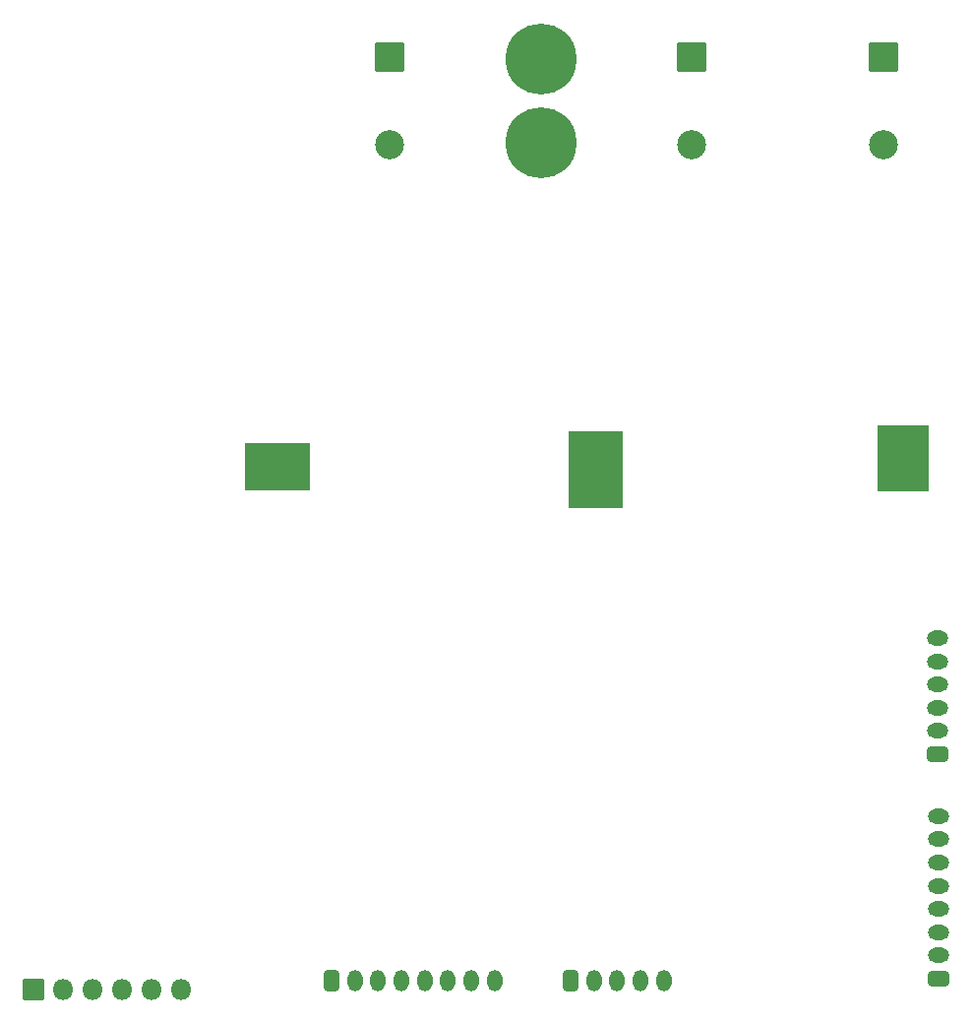
<source format=gbr>
%TF.GenerationSoftware,KiCad,Pcbnew,(6.0.5-0)*%
%TF.CreationDate,2022-05-18T00:34:25-07:00*%
%TF.ProjectId,INV_Board,494e565f-426f-4617-9264-2e6b69636164,rev?*%
%TF.SameCoordinates,Original*%
%TF.FileFunction,Soldermask,Bot*%
%TF.FilePolarity,Negative*%
%FSLAX46Y46*%
G04 Gerber Fmt 4.6, Leading zero omitted, Abs format (unit mm)*
G04 Created by KiCad (PCBNEW (6.0.5-0)) date 2022-05-18 00:34:25*
%MOMM*%
%LPD*%
G01*
G04 APERTURE LIST*
G04 Aperture macros list*
%AMRoundRect*
0 Rectangle with rounded corners*
0 $1 Rounding radius*
0 $2 $3 $4 $5 $6 $7 $8 $9 X,Y pos of 4 corners*
0 Add a 4 corners polygon primitive as box body*
4,1,4,$2,$3,$4,$5,$6,$7,$8,$9,$2,$3,0*
0 Add four circle primitives for the rounded corners*
1,1,$1+$1,$2,$3*
1,1,$1+$1,$4,$5*
1,1,$1+$1,$6,$7*
1,1,$1+$1,$8,$9*
0 Add four rect primitives between the rounded corners*
20,1,$1+$1,$2,$3,$4,$5,0*
20,1,$1+$1,$4,$5,$6,$7,0*
20,1,$1+$1,$6,$7,$8,$9,0*
20,1,$1+$1,$8,$9,$2,$3,0*%
G04 Aperture macros list end*
%ADD10C,0.100000*%
%ADD11RoundRect,0.301000X0.625000X-0.350000X0.625000X0.350000X-0.625000X0.350000X-0.625000X-0.350000X0*%
%ADD12O,1.852000X1.302000*%
%ADD13RoundRect,0.301000X-0.350000X-0.625000X0.350000X-0.625000X0.350000X0.625000X-0.350000X0.625000X0*%
%ADD14O,1.302000X1.852000*%
%ADD15RoundRect,0.051000X-1.200000X1.200000X-1.200000X-1.200000X1.200000X-1.200000X1.200000X1.200000X0*%
%ADD16C,2.502000*%
%ADD17C,6.102000*%
%ADD18RoundRect,0.051000X0.850000X-0.850000X0.850000X0.850000X-0.850000X0.850000X-0.850000X-0.850000X0*%
%ADD19O,1.802000X1.802000*%
G04 APERTURE END LIST*
D10*
G36*
X142021000Y-90602000D02*
G01*
X136553000Y-90602000D01*
X136553000Y-86614000D01*
X142021000Y-86614000D01*
X142021000Y-90602000D01*
G37*
X142021000Y-90602000D02*
X136553000Y-90602000D01*
X136553000Y-86614000D01*
X142021000Y-86614000D01*
X142021000Y-90602000D01*
G36*
X168985000Y-92126000D02*
G01*
X164418000Y-92126000D01*
X164418000Y-85598000D01*
X168985000Y-85598000D01*
X168985000Y-92126000D01*
G37*
X168985000Y-92126000D02*
X164418000Y-92126000D01*
X164418000Y-85598000D01*
X168985000Y-85598000D01*
X168985000Y-92126000D01*
G36*
X195350000Y-90678000D02*
G01*
X191033000Y-90678000D01*
X191033000Y-85166000D01*
X195350000Y-85166000D01*
X195350000Y-90678000D01*
G37*
X195350000Y-90678000D02*
X191033000Y-90678000D01*
X191033000Y-85166000D01*
X195350000Y-85166000D01*
X195350000Y-90678000D01*
G36*
X142021000Y-90602000D02*
G01*
X136553000Y-90602000D01*
X136553000Y-86614000D01*
X142021000Y-86614000D01*
X142021000Y-90602000D01*
G37*
X142021000Y-90602000D02*
X136553000Y-90602000D01*
X136553000Y-86614000D01*
X142021000Y-86614000D01*
X142021000Y-90602000D01*
G36*
X168985000Y-92126000D02*
G01*
X164418000Y-92126000D01*
X164418000Y-85598000D01*
X168985000Y-85598000D01*
X168985000Y-92126000D01*
G37*
X168985000Y-92126000D02*
X164418000Y-92126000D01*
X164418000Y-85598000D01*
X168985000Y-85598000D01*
X168985000Y-92126000D01*
G36*
X195350000Y-90678000D02*
G01*
X191033000Y-90678000D01*
X191033000Y-85166000D01*
X195350000Y-85166000D01*
X195350000Y-90678000D01*
G37*
X195350000Y-90678000D02*
X191033000Y-90678000D01*
X191033000Y-85166000D01*
X195350000Y-85166000D01*
X195350000Y-90678000D01*
D11*
%TO.C,J6*%
X196215000Y-132715000D03*
D12*
X196215000Y-130715000D03*
X196215000Y-128715000D03*
X196215000Y-126715000D03*
X196215000Y-124715000D03*
X196215000Y-122715000D03*
X196215000Y-120715000D03*
X196215000Y-118715000D03*
%TD*%
D13*
%TO.C,J5*%
X144018000Y-132842000D03*
D14*
X146018000Y-132842000D03*
X148018000Y-132842000D03*
X150018000Y-132842000D03*
X152018000Y-132842000D03*
X154018000Y-132842000D03*
X156018000Y-132842000D03*
X158018000Y-132842000D03*
%TD*%
D15*
%TO.C,C46*%
X191500000Y-53500000D03*
D16*
X191500000Y-61000000D03*
%TD*%
D17*
%TO.C,J8*%
X162000000Y-60850000D03*
X162000000Y-53650000D03*
%TD*%
D18*
%TO.C,J3*%
X118364000Y-133604000D03*
D19*
X120904000Y-133604000D03*
X123444000Y-133604000D03*
X125984000Y-133604000D03*
X128524000Y-133604000D03*
X131064000Y-133604000D03*
%TD*%
D11*
%TO.C,J4*%
X196173000Y-113411000D03*
D12*
X196173000Y-111411000D03*
X196173000Y-109411000D03*
X196173000Y-107411000D03*
X196173000Y-105411000D03*
X196173000Y-103411000D03*
%TD*%
D15*
%TO.C,C42*%
X149000000Y-53500000D03*
D16*
X149000000Y-61000000D03*
%TD*%
D15*
%TO.C,C41*%
X175000000Y-53500000D03*
D16*
X175000000Y-61000000D03*
%TD*%
D13*
%TO.C,J7*%
X164592000Y-132842000D03*
D14*
X166592000Y-132842000D03*
X168592000Y-132842000D03*
X170592000Y-132842000D03*
X172592000Y-132842000D03*
%TD*%
M02*

</source>
